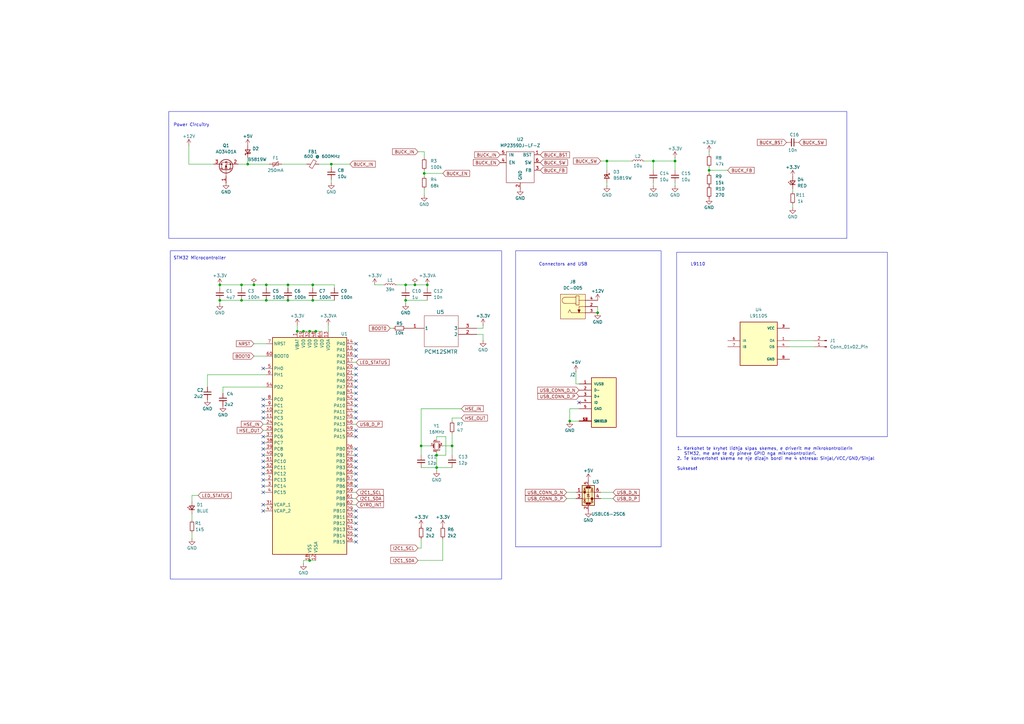
<source format=kicad_sch>
(kicad_sch (version 20231120) (generator "eeschema") (generator_version "8.0")
  (paper "A3")
  (lib_symbols
    (symbol "10118193-0001LF:10118193-0001LF" (pin_names (offset 1.016))
      (property "Reference" "J" (at -5.0817 10.9286 0))
      (property "Value" "10118193-0001LF" (at -5.0819 -12.7097 0))
      (symbol "10118193-0001LF_0_0"
        (pin passive line (at -10.16 7.62 0) (length 5.08) (name "VUSB") (number "1"))
        (pin passive line (at -10.16 5.08 0) (length 5.08) (name "D-") (number "2"))
        (pin passive line (at -10.16 2.54 0) (length 5.08) (name "D+") (number "3"))
        (pin passive line (at -10.16 0 0) (length 5.08) (name "ID") (number "4"))
        (pin passive line (at -10.16 -2.54 0) (length 5.08) (name "GND") (number "5"))
        (pin passive line (at -10.16 -7.62 0) (length 5.08) (name "SHIELD") (number "S1"))
        (pin passive line (at -10.16 -7.62 0) (length 5.08) (name "SHIELD") (number "S2"))
        (pin passive line (at -10.16 -7.62 0) (length 5.08) (name "SHIELD") (number "S3"))
        (pin passive line (at -10.16 -7.62 0) (length 5.08) (name "SHIELD") (number "S4"))
        (pin passive line (at -10.16 -7.62 0) (length 5.08) (name "SHIELD") (number "S5"))
        (pin passive line (at -10.16 -7.62 0) (length 5.08) (name "SHIELD") (number "S6"))
      )
    )
    (symbol "2024-11-09_23-25-21:PCM12SMTR" (pin_names (offset 0.254))
      (property "Reference" "U5" (at 20.32 10.16 0))
      (property "Value" "PCM12SMTR" (at 20.32 7.62 0))
      (symbol "PCM12SMTR_1_1"
        (pin unspecified line (at 0 0 0) (length 7.62) (name "1") (number "1"))
        (pin unspecified line (at 29.21 -2.54 180) (length 7.62) (name "2") (number "2"))
        (pin unspecified line (at 29.21 0 180) (length 7.62) (name "3") (number "3"))
      )
    )
    (symbol "Connector:Conn_01x02_Pin" (pin_names (offset 1.016) hide)
      (property "Reference" "J" (at 0 2.54 0))
      (property "Value" "Conn_01x02_Pin" (at 0 -5.08 0))
      (symbol "Conn_01x02_Pin_1_1"
        (pin passive line (at 5.08 0 180) (length 3.81) (name "Pin_1") (number "1"))
        (pin passive line (at 5.08 -2.54 180) (length 3.81) (name "Pin_2") (number "2"))
      )
    )
    (symbol "DC-005:DC-005" (pin_names (offset 1.016))
      (property "Reference" "J" (at -5.0943 5.5976 0))
      (property "Value" "DC-005" (at -5.0995 -7.6398 0))
      (symbol "DC-005_0_0"
        (pin passive line (at 10.16 0 180) (length 5.08) (name "~") (number "2"))
        (pin passive line (at 10.16 -2.54 180) (length 5.08) (name "~") (number "3"))
        (pin passive line (at 10.16 2.54 180) (length 5.08) (name "~") (number "4"))
      )
    )
    (symbol "Device:C_Small" (pin_numbers hide) (pin_names (offset 0.254) hide)
      (property "Reference" "C" (at 0.254 1.778 0))
      (property "Value" "C_Small" (at 0.254 -2.032 0))
      (symbol "C_Small_1_1"
        (pin passive line (at 0 2.54 270) (length 2.032) (name "~") (number "1"))
        (pin passive line (at 0 -2.54 90) (length 2.032) (name "~") (number "2"))
      )
    )
    (symbol "Device:Crystal_GND24_Small" (pin_names (offset 1.016) hide)
      (property "Reference" "Y" (at 1.27 4.445 0))
      (property "Value" "Crystal_GND24_Small" (at 1.27 2.54 0))
      (symbol "Crystal_GND24_Small_1_1"
        (pin passive line (at -2.54 0 0) (length 1.27) (name "1") (number "1"))
        (pin passive line (at 0 -2.54 90) (length 0.635) (name "2") (number "2"))
        (pin passive line (at 2.54 0 180) (length 1.27) (name "3") (number "3"))
        (pin passive line (at 0 2.54 270) (length 0.635) (name "4") (number "4"))
      )
    )
    (symbol "Device:D_Schottky_Small" (pin_numbers hide) (pin_names (offset 0.254) hide)
      (property "Reference" "D" (at -1.27 2.032 0))
      (property "Value" "D_Schottky_Small" (at -7.112 -2.032 0))
      (symbol "D_Schottky_Small_1_1"
        (pin passive line (at -2.54 0 0) (length 1.778) (name "K") (number "1"))
        (pin passive line (at 2.54 0 180) (length 1.778) (name "A") (number "2"))
      )
    )
    (symbol "Device:Ferrite_Bead_Small" (pin_numbers hide) (pin_names (offset 0))
      (property "Reference" "FB" (at 1.905 1.27 0))
      (property "Value" "Device_Ferrite_Bead_Small" (at 1.905 -1.27 0))
      (symbol "Ferrite_Bead_Small_1_1"
        (pin passive line (at 0 2.54 270) (length 1.27) (name "~") (number "1"))
        (pin passive line (at 0 -2.54 90) (length 1.27) (name "~") (number "2"))
      )
    )
    (symbol "Device:LED_Small" (pin_numbers hide) (pin_names (offset 0.254) hide)
      (property "Reference" "D" (at -1.27 3.175 0))
      (property "Value" "LED_Small" (at -4.445 -2.54 0))
      (symbol "LED_Small_1_1"
        (pin passive line (at -2.54 0 0) (length 1.778) (name "K") (number "1"))
        (pin passive line (at 2.54 0 180) (length 1.778) (name "A") (number "2"))
      )
    )
    (symbol "Device:L_Small" (pin_numbers hide) (pin_names (offset 0.254) hide)
      (property "Reference" "L" (at 0.762 1.016 0))
      (property "Value" "L_Small" (at 0.762 -1.016 0))
      (symbol "L_Small_1_1"
        (pin passive line (at 0 2.54 270) (length 0.508) (name "~") (number "1"))
        (pin passive line (at 0 -2.54 90) (length 0.508) (name "~") (number "2"))
      )
    )
    (symbol "Device:Polyfuse_Small" (pin_numbers hide) (pin_names (offset 0))
      (property "Reference" "F" (at -1.905 0 90))
      (property "Value" "Polyfuse_Small" (at 1.905 0 90))
      (symbol "Polyfuse_Small_1_1"
        (pin passive line (at 0 2.54 270) (length 0.635) (name "~") (number "1"))
        (pin passive line (at 0 -2.54 90) (length 0.635) (name "~") (number "2"))
      )
    )
    (symbol "Device:R_Small" (pin_numbers hide) (pin_names (offset 0.254) hide)
      (property "Reference" "R" (at 0.762 0.508 0))
      (property "Value" "R_Small" (at 0.762 -1.016 0))
      (symbol "R_Small_1_1"
        (pin passive line (at 0 2.54 270) (length 0.762) (name "~") (number "1"))
        (pin passive line (at 0 -2.54 90) (length 0.762) (name "~") (number "2"))
      )
    )
    (symbol "L9110S:L9110S" (pin_names (offset 1.016))
      (property "Reference" "U" (at -7.62 10.922 0))
      (property "Value" "L9110S" (at -7.62 -10.16 0))
      (symbol "L9110S_0_0"
        (pin output line (at 12.7 2.54 180) (length 5.08) (name "OA") (number "1"))
        (pin power_in line (at 12.7 7.62 180) (length 5.08) (name "VCC") (number "2"))
        (pin power_in line (at 12.7 7.62 180) (length 5.08) (name "VCC") (number "3"))
        (pin output line (at 12.7 0 180) (length 5.08) (name "OB") (number "4"))
        (pin power_in line (at 12.7 -5.08 180) (length 5.08) (name "GND") (number "5"))
        (pin input line (at -12.7 2.54 0) (length 5.08) (name "IA") (number "6"))
        (pin input line (at -12.7 0 0) (length 5.08) (name "IB") (number "7"))
        (pin power_in line (at 12.7 -5.08 180) (length 5.08) (name "GND") (number "8"))
      )
    )
    (symbol "MCU_ST_STM32F4:STM32F405RGTx"
      (property "Reference" "U1" (at 14.224 47.244 0))
      (property "Value" "STM32F405RGT6" (at 12.7 -44.45 0))
      (symbol "STM32F405RGTx_1_1"
        (pin power_in line (at -5.08 48.26 270) (length 2.54) (name "VBAT") (number "1"))
        (pin bidirectional line (at -17.78 15.24 0) (length 2.54) (name "PC2") (number "10"))
        (pin bidirectional line (at -17.78 12.7 0) (length 2.54) (name "PC3") (number "11"))
        (pin power_in line (at 2.54 -45.72 90) (length 2.54) (name "VSSA") (number "12"))
        (pin power_in line (at 7.62 48.26 270) (length 2.54) (name "VDDA") (number "13"))
        (pin bidirectional line (at 17.78 43.18 180) (length 2.54) (name "PA0") (number "14"))
        (pin bidirectional line (at 17.78 40.64 180) (length 2.54) (name "PA1") (number "15"))
        (pin bidirectional line (at 17.78 38.1 180) (length 2.54) (name "PA2") (number "16"))
        (pin bidirectional line (at 17.78 35.56 180) (length 2.54) (name "PA3") (number "17"))
        (pin power_in line (at 0 -45.72 90) (length 2.54) (name "VSS") (number "18"))
        (pin power_in line (at -2.54 48.26 270) (length 2.54) (name "VDD") (number "19"))
        (pin bidirectional line (at -17.78 -12.7 0) (length 2.54) (name "PC13") (number "2"))
        (pin bidirectional line (at 17.78 33.02 180) (length 2.54) (name "PA4") (number "20"))
        (pin bidirectional line (at 17.78 30.48 180) (length 2.54) (name "PA5") (number "21"))
        (pin bidirectional line (at 17.78 27.94 180) (length 2.54) (name "PA6") (number "22"))
        (pin bidirectional line (at 17.78 25.4 180) (length 2.54) (name "PA7") (number "23"))
        (pin bidirectional line (at -17.78 10.16 0) (length 2.54) (name "PC4") (number "24"))
        (pin bidirectional line (at -17.78 7.62 0) (length 2.54) (name "PC5") (number "25"))
        (pin bidirectional line (at 17.78 0 180) (length 2.54) (name "PB0") (number "26"))
        (pin bidirectional line (at 17.78 -2.54 180) (length 2.54) (name "PB1") (number "27"))
        (pin bidirectional line (at 17.78 -5.08 180) (length 2.54) (name "PB2") (number "28"))
        (pin bidirectional line (at 17.78 -25.4 180) (length 2.54) (name "PB10") (number "29"))
        (pin bidirectional line (at -17.78 -15.24 0) (length 2.54) (name "PC14") (number "3"))
        (pin bidirectional line (at 17.78 -27.94 180) (length 2.54) (name "PB11") (number "30"))
        (pin power_out line (at -17.78 -22.86 0) (length 2.54) (name "VCAP_1") (number "31"))
        (pin power_in line (at 0 48.26 270) (length 2.54) (name "VDD") (number "32"))
        (pin bidirectional line (at 17.78 -30.48 180) (length 2.54) (name "PB12") (number "33"))
        (pin bidirectional line (at 17.78 -33.02 180) (length 2.54) (name "PB13") (number "34"))
        (pin bidirectional line (at 17.78 -35.56 180) (length 2.54) (name "PB14") (number "35"))
        (pin bidirectional line (at 17.78 -38.1 180) (length 2.54) (name "PB15") (number "36"))
        (pin bidirectional line (at -17.78 5.08 0) (length 2.54) (name "PC6") (number "37"))
        (pin bidirectional line (at -17.78 2.54 0) (length 2.54) (name "PC7") (number "38"))
        (pin bidirectional line (at -17.78 0 0) (length 2.54) (name "PC8") (number "39"))
        (pin bidirectional line (at -17.78 -17.78 0) (length 2.54) (name "PC15") (number "4"))
        (pin bidirectional line (at -17.78 -2.54 0) (length 2.54) (name "PC9") (number "40"))
        (pin bidirectional line (at 17.78 22.86 180) (length 2.54) (name "PA8") (number "41"))
        (pin bidirectional line (at 17.78 20.32 180) (length 2.54) (name "PA9") (number "42"))
        (pin bidirectional line (at 17.78 17.78 180) (length 2.54) (name "PA10") (number "43"))
        (pin bidirectional line (at 17.78 15.24 180) (length 2.54) (name "PA11") (number "44"))
        (pin bidirectional line (at 17.78 12.7 180) (length 2.54) (name "PA12") (number "45"))
        (pin bidirectional line (at 17.78 10.16 180) (length 2.54) (name "PA13") (number "46"))
        (pin power_out line (at -17.78 -25.4 0) (length 2.54) (name "VCAP_2") (number "47"))
        (pin power_in line (at 2.54 48.26 270) (length 2.54) (name "VDD") (number "48"))
        (pin bidirectional line (at 17.78 7.62 180) (length 2.54) (name "PA14") (number "49"))
        (pin bidirectional line (at -17.78 33.02 0) (length 2.54) (name "PH0") (number "5"))
        (pin bidirectional line (at 17.78 5.08 180) (length 2.54) (name "PA15") (number "50"))
        (pin bidirectional line (at -17.78 -5.08 0) (length 2.54) (name "PC10") (number "51"))
        (pin bidirectional line (at -17.78 -7.62 0) (length 2.54) (name "PC11") (number "52"))
        (pin bidirectional line (at -17.78 -10.16 0) (length 2.54) (name "PC12") (number "53"))
        (pin bidirectional line (at -17.78 25.4 0) (length 2.54) (name "PD2") (number "54"))
        (pin bidirectional line (at 17.78 -7.62 180) (length 2.54) (name "PB3") (number "55"))
        (pin bidirectional line (at 17.78 -10.16 180) (length 2.54) (name "PB4") (number "56"))
        (pin bidirectional line (at 17.78 -12.7 180) (length 2.54) (name "PB5") (number "57"))
        (pin bidirectional line (at 17.78 -15.24 180) (length 2.54) (name "PB6") (number "58"))
        (pin bidirectional line (at 17.78 -17.78 180) (length 2.54) (name "PB7") (number "59"))
        (pin bidirectional line (at -17.78 30.48 0) (length 2.54) (name "PH1") (number "6"))
        (pin input line (at -17.78 38.1 0) (length 2.54) (name "BOOT0") (number "60"))
        (pin bidirectional line (at 17.78 -20.32 180) (length 2.54) (name "PB8") (number "61"))
        (pin bidirectional line (at 17.78 -22.86 180) (length 2.54) (name "PB9") (number "62"))
        (pin passive line (at 0 -45.72 90) (length 2.54) hide (name "VSS") (number "63"))
        (pin power_in line (at 5.08 48.26 270) (length 2.54) (name "VDD") (number "64"))
        (pin input line (at -17.78 43.18 0) (length 2.54) (name "NRST") (number "7"))
        (pin bidirectional line (at -17.78 20.32 0) (length 2.54) (name "PC0") (number "8"))
        (pin bidirectional line (at -17.78 17.78 0) (length 2.54) (name "PC1") (number "9"))
      )
    )
    (symbol "Power_Protection:USBLC6-2SC6" (pin_names hide)
      (property "Reference" "U" (at 0.635 5.715 0))
      (property "Value" "USBLC6-2SC6" (at 0.635 3.81 0))
      (symbol "USBLC6-2SC6_1_1"
        (pin passive line (at -5.08 0 0) (length 2.54) (name "I/O1") (number "1"))
        (pin passive line (at 0 -7.62 90) (length 2.54) (name "GND") (number "2"))
        (pin passive line (at -5.08 -2.54 0) (length 2.54) (name "I/O2") (number "3"))
        (pin passive line (at 5.08 -2.54 180) (length 2.54) (name "I/O2") (number "4"))
        (pin passive line (at 0 5.08 270) (length 2.54) (name "VBUS") (number "5"))
        (pin passive line (at 5.08 0 180) (length 2.54) (name "I/O1") (number "6"))
      )
    )
    (symbol "SchmillipKiCADLibrary:MP2359DJ-LF-Z" (pin_names (offset 1.016))
      (property "Reference" "U" (at 0 9.525 0))
      (property "Value" "SchmillipKiCADLibrary_MP2359DJ-LF-Z" (at 10.16 -6.35 0))
      (symbol "MP2359DJ-LF-Z_1_1"
        (pin input line (at 8.255 6.35 180) (length 2.54) (name "BST") (number "1"))
        (pin power_in line (at 0 -7.62 90) (length 2.54) (name "GND") (number "2"))
        (pin input line (at 8.255 0 180) (length 2.54) (name "FB") (number "3"))
        (pin input line (at -8.255 3.175 0) (length 2.54) (name "EN") (number "4"))
        (pin power_in line (at -8.255 6.35 0) (length 2.54) (name "IN") (number "5"))
        (pin power_out line (at 8.255 3.175 180) (length 2.54) (name "SW") (number "6"))
      )
    )
    (symbol "Transistor_FET:AO3401A" (pin_names hide)
      (property "Reference" "Q" (at 5.08 1.905 0))
      (property "Value" "AO3401A" (at 5.08 0 0))
      (symbol "AO3401A_1_1"
        (pin input line (at -5.08 0 0) (length 2.54) (name "G") (number "1"))
        (pin passive line (at 2.54 -5.08 90) (length 2.54) (name "S") (number "2"))
        (pin passive line (at 2.54 5.08 270) (length 2.54) (name "D") (number "3"))
      )
    )
    (symbol "power:+12V" (power) (pin_numbers hide) (pin_names (offset 0) hide)
      (property "Value" "+12V" (at 0 3.556 0))
      (symbol "+12V_1_1"
        (pin power_in line (at 0 0 90) (length 0) (name "~") (number "1"))
      )
    )
    (symbol "power:+3.3V" (power) (pin_numbers hide) (pin_names (offset 0) hide)
      (property "Value" "+3.3V" (at 0 3.556 0))
      (symbol "+3.3V_1_1"
        (pin power_in line (at 0 0 90) (length 0) (name "~") (number "1"))
      )
    )
    (symbol "power:+3.3VA" (power) (pin_numbers hide) (pin_names (offset 0) hide)
      (property "Value" "+3.3VA" (at 0 3.556 0))
      (symbol "+3.3VA_1_1"
        (pin power_in line (at 0 0 90) (length 0) (name "~") (number "1"))
      )
    )
    (symbol "power:+5V" (power) (pin_numbers hide) (pin_names (offset 0) hide)
      (property "Value" "+5V" (at 0 3.556 0))
      (symbol "+5V_1_1"
        (pin power_in line (at 0 0 90) (length 0) (name "~") (number "1"))
      )
    )
    (symbol "power:GND" (power) (pin_numbers hide) (pin_names (offset 0) hide)
      (property "Value" "GND" (at 0 -3.81 0))
      (symbol "GND_1_1"
        (pin power_in line (at 0 0 270) (length 0) (name "~") (number "1"))
      )
    )
    (symbol "power:PWR_FLAG" (power) (pin_numbers hide) (pin_names (offset 0) hide)
      (property "Value" "PWR_FLAG" (at 0 3.81 0))
      (symbol "PWR_FLAG_0_0"
        (pin power_out line (at 0 0 90) (length 0) (name "~") (number "1"))
      )
    )
  )
  (junction (at 129.54 135.89))
  (junction (at 99.06 123.19))
  (junction (at 172.72 182.88))
  (junction (at 90.17 123.19))
  (junction (at 179.07 191.77))
  (junction (at 127 229.87))
  (junction (at 173.99 71.12))
  (junction (at 175.26 116.84))
  (junction (at 267.97 66.04))
  (junction (at 166.37 123.19))
  (junction (at 248.92 66.04))
  (junction (at 170.18 116.84))
  (junction (at 233.68 172.72))
  (junction (at 109.22 116.84))
  (junction (at 101.6 67.31))
  (junction (at 118.11 116.84))
  (junction (at 104.14 116.84))
  (junction (at 99.06 116.84))
  (junction (at 290.83 69.85))
  (junction (at 276.86 66.04))
  (junction (at 109.22 123.19))
  (junction (at 135.89 67.31))
  (junction (at 90.17 116.84))
  (junction (at 166.37 116.84))
  (junction (at 124.46 135.89))
  (junction (at 245.11 128.27))
  (junction (at 127 135.89))
  (junction (at 128.27 123.19))
  (junction (at 128.27 116.84))
  (junction (at 118.11 123.19))
  (junction (at 179.07 186.69))
  (junction (at 121.92 135.89))
  (junction (at 185.42 182.88))
  (no_connect (at 146.05 166.37))
  (no_connect (at 107.95 166.37))
  (no_connect (at 107.95 189.23))
  (no_connect (at 146.05 156.21))
  (no_connect (at 107.95 199.39))
  (no_connect (at 107.95 196.85))
  (no_connect (at 107.95 201.93))
  (no_connect (at 107.95 186.69))
  (no_connect (at 146.05 143.51))
  (no_connect (at 146.05 158.75))
  (no_connect (at 146.05 194.31))
  (no_connect (at 107.95 207.01))
  (no_connect (at 107.95 194.31))
  (no_connect (at 146.05 179.07))
  (no_connect (at 107.95 171.45))
  (no_connect (at 146.05 212.09))
  (no_connect (at 146.05 217.17))
  (no_connect (at 146.05 184.15))
  (no_connect (at 107.95 168.91))
  (no_connect (at 146.05 219.71))
  (no_connect (at 107.95 179.07))
  (no_connect (at 146.05 189.23))
  (no_connect (at 107.95 209.55))
  (no_connect (at 146.05 146.05))
  (no_connect (at 146.05 214.63))
  (no_connect (at 107.95 184.15))
  (no_connect (at 146.05 163.83))
  (no_connect (at 146.05 176.53))
  (no_connect (at 107.95 151.13))
  (no_connect (at 107.95 181.61))
  (no_connect (at 146.05 161.29))
  (no_connect (at 146.05 186.69))
  (no_connect (at 146.05 222.25))
  (no_connect (at 146.05 209.55))
  (no_connect (at 146.05 196.85))
  (no_connect (at 146.05 140.97))
  (no_connect (at 107.95 191.77))
  (no_connect (at 146.05 171.45))
  (no_connect (at 146.05 153.67))
  (no_connect (at 146.05 191.77))
  (no_connect (at 146.05 151.13))
  (no_connect (at 107.95 163.83))
  (no_connect (at 237.49 165.1))
  (no_connect (at 146.05 168.91))
  (no_connect (at 146.05 199.39))
  (wire (pts (xy 144.78 153.67) (xy 146.05 153.67)))
  (wire (pts (xy 107.95 201.93) (xy 109.22 201.93)))
  (wire (pts (xy 107.95 163.83) (xy 109.22 163.83)))
  (wire (pts (xy 107.95 207.01) (xy 109.22 207.01)))
  (wire (pts (xy 172.72 167.64) (xy 172.72 182.88)))
  (wire (pts (xy 90.17 116.84) (xy 90.17 118.11)))
  (wire (pts (xy 179.07 180.34) (xy 179.07 179.07)))
  (wire (pts (xy 185.42 177.8) (xy 185.42 182.88)))
  (wire (pts (xy 323.85 142.24) (xy 334.01 142.24)))
  (wire (pts (xy 99.06 116.84) (xy 104.14 116.84)))
  (wire (pts (xy 146.05 161.29) (xy 144.78 161.29)))
  (wire (pts (xy 128.27 118.11) (xy 128.27 116.84)))
  (wire (pts (xy 146.05 163.83) (xy 144.78 163.83)))
  (wire (pts (xy 175.26 116.84) (xy 170.18 116.84)))
  (wire (pts (xy 146.05 148.59) (xy 144.78 148.59)))
  (wire (pts (xy 237.49 167.64) (xy 233.68 167.64)))
  (wire (pts (xy 121.92 135.89) (xy 124.46 135.89)))
  (wire (pts (xy 166.37 116.84) (xy 162.56 116.84)))
  (wire (pts (xy 107.95 171.45) (xy 109.22 171.45)))
  (wire (pts (xy 107.95 199.39) (xy 109.22 199.39)))
  (wire (pts (xy 107.95 196.85) (xy 109.22 196.85)))
  (wire (pts (xy 77.47 59.69) (xy 77.47 67.31)))
  (wire (pts (xy 290.83 63.5) (xy 290.83 62.23)))
  (wire (pts (xy 146.05 209.55) (xy 144.78 209.55)))
  (wire (pts (xy 90.17 124.46) (xy 90.17 123.19)))
  (wire (pts (xy 81.28 203.2) (xy 78.74 203.2)))
  (wire (pts (xy 135.89 68.58) (xy 135.89 67.31)))
  (wire (pts (xy 233.68 172.72) (xy 237.49 172.72)))
  (wire (pts (xy 90.17 123.19) (xy 99.06 123.19)))
  (wire (pts (xy 107.95 181.61) (xy 109.22 181.61)))
  (wire (pts (xy 109.22 123.19) (xy 118.11 123.19)))
  (wire (pts (xy 290.83 69.85) (xy 290.83 71.12)))
  (wire (pts (xy 146.05 207.01) (xy 144.78 207.01)))
  (wire (pts (xy 179.07 193.04) (xy 179.07 191.77)))
  (wire (pts (xy 99.06 118.11) (xy 99.06 116.84)))
  (wire (pts (xy 173.99 71.12) (xy 173.99 69.85)))
  (wire (pts (xy 146.05 171.45) (xy 144.78 171.45)))
  (wire (pts (xy 107.95 179.07) (xy 109.22 179.07)))
  (wire (pts (xy 78.74 213.36) (xy 78.74 210.82)))
  (wire (pts (xy 198.12 137.16) (xy 195.58 137.16)))
  (wire (pts (xy 124.46 231.14) (xy 124.46 229.87)))
  (wire (pts (xy 248.92 69.85) (xy 248.92 66.04)))
  (wire (pts (xy 185.42 171.45) (xy 185.42 172.72)))
  (wire (pts (xy 248.92 66.04) (xy 246.38 66.04)))
  (wire (pts (xy 109.22 118.11) (xy 109.22 116.84)))
  (wire (pts (xy 181.61 71.12) (xy 173.99 71.12)))
  (wire (pts (xy 144.78 151.13) (xy 146.05 151.13)))
  (wire (pts (xy 91.44 161.29) (xy 91.44 158.75)))
  (wire (pts (xy 146.05 196.85) (xy 144.78 196.85)))
  (wire (pts (xy 146.05 184.15) (xy 144.78 184.15)))
  (wire (pts (xy 195.58 134.62) (xy 198.12 134.62)))
  (wire (pts (xy 104.14 146.05) (xy 109.22 146.05)))
  (wire (pts (xy 146.05 217.17) (xy 144.78 217.17)))
  (wire (pts (xy 325.12 78.74) (xy 325.12 77.47)))
  (wire (pts (xy 181.61 182.88) (xy 185.42 182.88)))
  (wire (pts (xy 171.45 229.87) (xy 181.61 229.87)))
  (wire (pts (xy 276.86 64.77) (xy 276.86 66.04)))
  (wire (pts (xy 107.95 173.99) (xy 109.22 173.99)))
  (wire (pts (xy 245.11 125.73) (xy 245.11 128.27)))
  (wire (pts (xy 110.49 67.31) (xy 101.6 67.31)))
  (wire (pts (xy 173.99 80.01) (xy 173.99 77.47)))
  (wire (pts (xy 246.38 204.47) (xy 251.46 204.47)))
  (wire (pts (xy 146.05 199.39) (xy 144.78 199.39)))
  (wire (pts (xy 179.07 185.42) (xy 179.07 186.69)))
  (wire (pts (xy 107.95 166.37) (xy 109.22 166.37)))
  (wire (pts (xy 99.06 123.19) (xy 109.22 123.19)))
  (wire (pts (xy 146.05 222.25) (xy 144.78 222.25)))
  (wire (pts (xy 182.88 179.07) (xy 182.88 186.69)))
  (wire (pts (xy 181.61 229.87) (xy 181.61 220.98)))
  (wire (pts (xy 146.05 191.77) (xy 144.78 191.77)))
  (wire (pts (xy 87.63 67.31) (xy 77.47 67.31)))
  (wire (pts (xy 107.95 189.23) (xy 109.22 189.23)))
  (wire (pts (xy 146.05 194.31) (xy 144.78 194.31)))
  (wire (pts (xy 290.83 69.85) (xy 290.83 68.58)))
  (wire (pts (xy 179.07 186.69) (xy 179.07 191.77)))
  (wire (pts (xy 276.86 66.04) (xy 267.97 66.04)))
  (wire (pts (xy 90.17 116.84) (xy 99.06 116.84)))
  (wire (pts (xy 104.14 140.97) (xy 109.22 140.97)))
  (wire (pts (xy 107.95 168.91) (xy 109.22 168.91)))
  (wire (pts (xy 124.46 135.89) (xy 127 135.89)))
  (wire (pts (xy 85.09 158.75) (xy 85.09 153.67)))
  (wire (pts (xy 128.27 123.19) (xy 137.16 123.19)))
  (wire (pts (xy 109.22 116.84) (xy 118.11 116.84)))
  (wire (pts (xy 146.05 166.37) (xy 144.78 166.37)))
  (wire (pts (xy 171.45 224.79) (xy 172.72 224.79)))
  (wire (pts (xy 143.51 67.31) (xy 135.89 67.31)))
  (wire (pts (xy 276.86 69.85) (xy 276.86 66.04)))
  (wire (pts (xy 170.18 116.84) (xy 166.37 116.84)))
  (wire (pts (xy 85.09 153.67) (xy 109.22 153.67)))
  (wire (pts (xy 97.79 67.31) (xy 101.6 67.31)))
  (wire (pts (xy 118.11 118.11) (xy 118.11 116.84)))
  (wire (pts (xy 78.74 220.98) (xy 78.74 218.44)))
  (wire (pts (xy 236.22 157.48) (xy 237.49 157.48)))
  (wire (pts (xy 134.62 133.35) (xy 134.62 135.89)))
  (wire (pts (xy 146.05 168.91) (xy 144.78 168.91)))
  (wire (pts (xy 276.86 76.2) (xy 276.86 74.93)))
  (wire (pts (xy 146.05 186.69) (xy 144.78 186.69)))
  (wire (pts (xy 171.45 62.23) (xy 173.99 62.23)))
  (wire (pts (xy 160.02 134.62) (xy 161.29 134.62)))
  (wire (pts (xy 172.72 167.64) (xy 189.23 167.64)))
  (wire (pts (xy 144.78 146.05) (xy 146.05 146.05)))
  (wire (pts (xy 107.95 176.53) (xy 109.22 176.53)))
  (wire (pts (xy 173.99 72.39) (xy 173.99 71.12)))
  (wire (pts (xy 182.88 186.69) (xy 179.07 186.69)))
  (wire (pts (xy 259.08 66.04) (xy 248.92 66.04)))
  (wire (pts (xy 233.68 167.64) (xy 233.68 172.72)))
  (wire (pts (xy 179.07 191.77) (xy 185.42 191.77)))
  (wire (pts (xy 323.85 139.7) (xy 334.01 139.7)))
  (wire (pts (xy 78.74 203.2) (xy 78.74 205.74)))
  (wire (pts (xy 267.97 76.2) (xy 267.97 74.93)))
  (wire (pts (xy 298.45 69.85) (xy 290.83 69.85)))
  (wire (pts (xy 107.95 186.69) (xy 109.22 186.69)))
  (wire (pts (xy 179.07 179.07) (xy 182.88 179.07)))
  (wire (pts (xy 236.22 152.4) (xy 236.22 157.48)))
  (wire (pts (xy 101.6 64.77) (xy 101.6 67.31)))
  (wire (pts (xy 118.11 116.84) (xy 128.27 116.84)))
  (wire (pts (xy 107.95 209.55) (xy 109.22 209.55)))
  (wire (pts (xy 144.78 143.51) (xy 146.05 143.51)))
  (wire (pts (xy 198.12 134.62) (xy 198.12 133.35)))
  (wire (pts (xy 246.38 201.93) (xy 251.46 201.93)))
  (wire (pts (xy 91.44 158.75) (xy 109.22 158.75)))
  (wire (pts (xy 172.72 186.69) (xy 172.72 182.88)))
  (wire (pts (xy 232.41 204.47) (xy 236.22 204.47)))
  (wire (pts (xy 127 135.89) (xy 129.54 135.89)))
  (wire (pts (xy 118.11 123.19) (xy 128.27 123.19)))
  (wire (pts (xy 146.05 212.09) (xy 144.78 212.09)))
  (wire (pts (xy 146.05 176.53) (xy 144.78 176.53)))
  (wire (pts (xy 166.37 124.46) (xy 166.37 123.19)))
  (wire (pts (xy 232.41 201.93) (xy 236.22 201.93)))
  (wire (pts (xy 173.99 62.23) (xy 173.99 64.77)))
  (wire (pts (xy 325.12 85.09) (xy 325.12 83.82)))
  (wire (pts (xy 127 229.87) (xy 129.54 229.87)))
  (wire (pts (xy 129.54 135.89) (xy 132.08 135.89)))
  (wire (pts (xy 146.05 214.63) (xy 144.78 214.63)))
  (wire (pts (xy 146.05 173.99) (xy 144.78 173.99)))
  (wire (pts (xy 166.37 123.19) (xy 175.26 123.19)))
  (wire (pts (xy 124.46 229.87) (xy 127 229.87)))
  (wire (pts (xy 146.05 158.75) (xy 144.78 158.75)))
  (wire (pts (xy 107.95 194.31) (xy 109.22 194.31)))
  (wire (pts (xy 146.05 140.97) (xy 144.78 140.97)))
  (wire (pts (xy 175.26 118.11) (xy 175.26 116.84)))
  (wire (pts (xy 172.72 224.79) (xy 172.72 220.98)))
  (wire (pts (xy 189.23 171.45) (xy 185.42 171.45)))
  (wire (pts (xy 153.67 116.84) (xy 157.48 116.84)))
  (wire (pts (xy 146.05 201.93) (xy 144.78 201.93)))
  (wire (pts (xy 146.05 189.23) (xy 144.78 189.23)))
  (wire (pts (xy 267.97 66.04) (xy 264.16 66.04)))
  (wire (pts (xy 172.72 182.88) (xy 176.53 182.88)))
  (wire (pts (xy 135.89 67.31) (xy 130.81 67.31)))
  (wire (pts (xy 146.05 156.21) (xy 144.78 156.21)))
  (wire (pts (xy 107.95 151.13) (xy 109.22 151.13)))
  (wire (pts (xy 137.16 116.84) (xy 137.16 118.11)))
  (wire (pts (xy 146.05 204.47) (xy 144.78 204.47)))
  (wire (pts (xy 107.95 191.77) (xy 109.22 191.77)))
  (wire (pts (xy 248.92 76.2) (xy 248.92 74.93)))
  (wire (pts (xy 179.07 191.77) (xy 172.72 191.77)))
  (wire (pts (xy 267.97 69.85) (xy 267.97 66.04)))
  (wire (pts (xy 121.92 133.35) (xy 121.92 135.89)))
  (wire (pts (xy 104.14 116.84) (xy 109.22 116.84)))
  (wire (pts (xy 146.05 179.07) (xy 144.78 179.07)))
  (wire (pts (xy 135.89 74.93) (xy 135.89 73.66)))
  (wire (pts (xy 107.95 184.15) (xy 109.22 184.15)))
  (wire (pts (xy 146.05 219.71) (xy 144.78 219.71)))
  (wire (pts (xy 166.37 118.11) (xy 166.37 116.84)))
  (wire (pts (xy 185.42 186.69) (xy 185.42 182.88)))
  (wire (pts (xy 115.57 67.31) (xy 125.73 67.31)))
  (wire (pts (xy 128.27 116.84) (xy 137.16 116.84)))
  (wire (pts (xy 198.12 139.7) (xy 198.12 137.16)))
  (rectangle (start 69.215 45.72) (end 347.345 97.79))
  (rectangle (start 277.495 103.505) (end 363.982 179.07))
  (rectangle (start 211.455 102.87) (end 271.145 224.282))
  (rectangle (start 69.85 102.87) (end 205.74 237.49))
  (text "L9110" (at 286.258 108.458 0) (effects (font (size 1.27 1.27))))
  (text "STM32 Microcontroller" (at 71.12 106.68 0) (effects (font (size 1.27 1.27)) (justify left bottom)))
  (text "Connectors and USB" (at 220.98 109.22 0) (effects (font (size 1.27 1.27)) (justify left bottom)))
  (text "Power Circuitry" (at 71.12 52.07 0) (effects (font (size 1.27 1.27)) (justify left bottom)))
  (text "1. Kerkohet te kryhet lidhja sipas skemes, e driverit me mikrokontrollerin\n   STM32, me ane te dy pineve GPIO nga mikrokontrolleri.\n2. Te konvertohet skema ne nje dizajn bordi me 4 shtresa: Sinjal/VCC/GND/Sinjal\n\nSuksese!" (at 277.622 188.214 0) (effects (font (size 1.27 1.27)) (justify left)))
  (global_label "BUCK_SW" (shape input) (at 327.66 58.42 0) (property "Intersheetrefs" "${INTERSHEET_REFS}" (effects (hide yes))))
  (global_label "I2C1_SDA" (shape input) (at 171.45 229.87 180) (property "Intersheetrefs" "${INTERSHEET_REFS}" (effects (hide yes))))
  (global_label "USB_D_N" (shape input) (at 251.46 201.93 0) (property "Intersheetrefs" "${INTERSHEET_REFS}" (effects (hide yes))))
  (global_label "BOOT0" (shape input) (at 160.02 134.62 180) (property "Intersheetrefs" "${INTERSHEET_REFS}" (effects (hide yes))))
  (global_label "HSE_IN" (shape input) (at 107.95 173.99 180) (property "Intersheetrefs" "${INTERSHEET_REFS}" (effects (hide yes))))
  (global_label "HSE_OUT" (shape input) (at 107.95 176.53 180) (property "Intersheetrefs" "${INTERSHEET_REFS}" (effects (hide yes))))
  (global_label "BOOT0" (shape input) (at 104.14 146.05 180) (property "Intersheetrefs" "${INTERSHEET_REFS}" (effects (hide yes))))
  (global_label "I2C1_SCL" (shape input) (at 146.05 201.93 0) (property "Intersheetrefs" "${INTERSHEET_REFS}" (effects (hide yes))))
  (global_label "BUCK_EN" (shape input) (at 181.61 71.12 0) (property "Intersheetrefs" "${INTERSHEET_REFS}" (effects (hide yes))))
  (global_label "USB_CONN_D_N" (shape input) (at 232.41 201.93 180) (property "Intersheetrefs" "${INTERSHEET_REFS}" (effects (hide yes))))
  (global_label "I2C1_SDA" (shape input) (at 146.05 204.47 0) (property "Intersheetrefs" "${INTERSHEET_REFS}" (effects (hide yes))))
  (global_label "GYRO_INT" (shape input) (at 146.05 207.01 0) (property "Intersheetrefs" "${INTERSHEET_REFS}" (effects (hide yes))))
  (global_label "USB_CONN_D_P" (shape input) (at 232.41 204.47 180) (property "Intersheetrefs" "${INTERSHEET_REFS}" (effects (hide yes))))
  (global_label "BUCK_BST" (shape input) (at 322.58 58.42 180) (property "Intersheetrefs" "${INTERSHEET_REFS}" (effects (hide yes))))
  (global_label "LED_STATUS" (shape input) (at 146.05 148.59 0) (property "Intersheetrefs" "${INTERSHEET_REFS}" (effects (hide yes))))
  (global_label "BUCK_IN" (shape input) (at 143.51 67.31 0) (property "Intersheetrefs" "${INTERSHEET_REFS}" (effects (hide yes))))
  (global_label "I2C1_SCL" (shape input) (at 171.45 224.79 180) (property "Intersheetrefs" "${INTERSHEET_REFS}" (effects (hide yes))))
  (global_label "BUCK_SW" (shape input) (at 221.615 66.675 0) (property "Intersheetrefs" "${INTERSHEET_REFS}" (effects (hide yes))))
  (global_label "HSE_IN" (shape input) (at 189.23 167.64 0) (property "Intersheetrefs" "${INTERSHEET_REFS}" (effects (hide yes))))
  (global_label "NRST" (shape input) (at 104.14 140.97 180) (property "Intersheetrefs" "${INTERSHEET_REFS}" (effects (hide yes))))
  (global_label "LED_STATUS" (shape input) (at 81.28 203.2 0) (property "Intersheetrefs" "${INTERSHEET_REFS}" (effects (hide yes))))
  (global_label "BUCK_IN" (shape input) (at 171.45 62.23 180) (property "Intersheetrefs" "${INTERSHEET_REFS}" (effects (hide yes))))
  (global_label "HSE_OUT" (shape input) (at 189.23 171.45 0) (property "Intersheetrefs" "${INTERSHEET_REFS}" (effects (hide yes))))
  (global_label "BUCK_SW" (shape input) (at 246.38 66.04 180) (property "Intersheetrefs" "${INTERSHEET_REFS}" (effects (hide yes))))
  (global_label "USB_CONN_D_P" (shape input) (at 237.49 162.56 180) (property "Intersheetrefs" "${INTERSHEET_REFS}" (effects (hide yes))))
  (global_label "BUCK_FB" (shape input) (at 221.615 69.85 0) (property "Intersheetrefs" "${INTERSHEET_REFS}" (effects (hide yes))))
  (global_label "USB_D_P" (shape input) (at 146.05 173.99 0) (property "Intersheetrefs" "${INTERSHEET_REFS}" (effects (hide yes))))
  (global_label "USB_CONN_D_N" (shape input) (at 237.49 160.02 180) (property "Intersheetrefs" "${INTERSHEET_REFS}" (effects (hide yes))))
  (global_label "USB_D_P" (shape input) (at 251.46 204.47 0) (property "Intersheetrefs" "${INTERSHEET_REFS}" (effects (hide yes))))
  (global_label "BUCK_BST" (shape input) (at 221.615 63.5 0) (property "Intersheetrefs" "${INTERSHEET_REFS}" (effects (hide yes))))
  (global_label "BUCK_EN" (shape input) (at 205.105 66.675 180) (property "Intersheetrefs" "${INTERSHEET_REFS}" (effects (hide yes))))
  (global_label "BUCK_FB" (shape input) (at 298.45 69.85 0) (property "Intersheetrefs" "${INTERSHEET_REFS}" (effects (hide yes))))
  (global_label "BUCK_IN" (shape input) (at 205.105 63.5 180) (property "Intersheetrefs" "${INTERSHEET_REFS}" (effects (hide yes))))
  (symbol (lib_id "Device:D_Schottky_Small") (at 101.6 62.23 90) (unit 1)
    (property "Reference" "D2" (at 103.505 60.96 90) (effects (justify right)))
    (property "Value" "B5819W" (at 101.6 65.405 90) (effects (justify right)))
    (property "Footprint" "Diode_SMD:D_SOD-123" (effects (hide yes)))
    (property "LCSC Part #" "C8598" (effects (hide yes)))
  )
  (symbol (lib_id "Device:C_Small") (at 325.12 58.42 270) (unit 1)
    (property "Reference" "C16" (at 323.85 55.245 90) (effects (justify left)))
    (property "Value" "10n" (at 323.215 61.595 90) (effects (justify left)))
    (property "Footprint" "Capacitor_SMD:C_0603_1608Metric" (effects (hide yes)))
    (property "LCSC Part #" "C57112" (effects (hide yes)))
  )
  (symbol (lib_id "power:GND") (at 233.68 172.72 0) (unit 1)
    (property "Reference" "#PWR027" (effects (hide yes)))
    (property "Value" "GND" (at 233.68 176.53 0))
  )
  (symbol (lib_id "Device:C_Small") (at 185.42 189.23 0) (unit 1)
    (property "Reference" "C13" (at 187.96 187.325 0) (effects (justify left)))
    (property "Value" "12p" (at 187.96 189.865 0) (effects (justify left)))
    (property "Footprint" "Capacitor_SMD:C_0402_1005Metric" (effects (hide yes)))
    (property "LCSC Part #" "C1547" (effects (hide yes)))
  )
  (symbol (lib_id "power:+3.3V") (at 90.17 116.84 0) (unit 1)
    (property "Reference" "#PWR03" (effects (hide yes)))
    (property "Value" "+3.3V" (at 90.17 113.03 0))
  )
  (symbol (lib_id "Device:C_Small") (at 137.16 120.65 0) (unit 1)
    (property "Reference" "C9" (at 139.7 119.38 0) (effects (justify left)))
    (property "Value" "100n" (at 139.7 121.92 0) (effects (justify left)))
    (property "Footprint" "Capacitor_SMD:C_0402_1005Metric" (effects (hide yes)))
    (property "LCSC Part #" "C1525" (effects (hide yes)))
  )
  (symbol (lib_id "power:GND") (at 90.17 124.46 0) (unit 1)
    (property "Reference" "#PWR04" (effects (hide yes)))
    (property "Value" "GND" (at 90.17 128.27 0))
  )
  (symbol (lib_id "Device:R_Small") (at 173.99 67.31 0) (unit 1)
    (property "Reference" "R3" (at 176.53 66.04 0) (effects (justify left)))
    (property "Value" "100k" (at 176.53 68.58 0) (effects (justify left)))
    (property "Footprint" "Resistor_SMD:R_0603_1608Metric" (effects (hide yes)))
    (property "LCSC Part #" "C25803" (effects (hide yes)))
  )
  (symbol (lib_id "power:GND") (at 248.92 76.2 0) (unit 1)
    (property "Reference" "#PWR029" (effects (hide yes)))
    (property "Value" "GND" (at 248.92 80.01 0))
  )
  (symbol (lib_id "power:+3.3V") (at 276.86 64.77 0) (unit 1)
    (property "Reference" "#PWR031" (effects (hide yes)))
    (property "Value" "+3.3V" (at 276.86 60.96 0))
  )
  (symbol (lib_id "Device:R_Small") (at 181.61 218.44 0) (unit 1)
    (property "Reference" "R6" (at 183.515 217.17 0) (effects (justify left)))
    (property "Value" "2k2" (at 183.515 219.71 0) (effects (justify left)))
    (property "Footprint" "Resistor_SMD:R_0402_1005Metric" (effects (hide yes)))
    (property "LCSC Part #" "C25879" (effects (hide yes)))
  )
  (symbol (lib_id "SchmillipKiCADLibrary:MP2359DJ-LF-Z") (at 213.36 69.85 0) (unit 1)
    (property "Reference" "U2" (at 213.36 57.15 0))
    (property "Value" "MP2359DJ-LF-Z" (at 213.36 59.69 0))
    (property "Footprint" "Package_TO_SOT_SMD:SOT-23-6" (effects (hide yes)))
    (property "LCSC Part #" "C14259" (effects (hide yes)))
  )
  (symbol (lib_id "power:GND") (at 166.37 124.46 0) (unit 1)
    (property "Reference" "#PWR014" (effects (hide yes)))
    (property "Value" "GND" (at 166.37 128.27 0))
  )
  (symbol (lib_id "Device:L_Small") (at 261.62 66.04 90) (unit 1)
    (property "Reference" "L2" (at 261.62 64.135 90))
    (property "Value" "10u" (at 261.62 67.945 90))
    (property "Footprint" "SPM6530T-100M-HZ:IND_SPM6530T-100M-HZ" (effects (hide yes)))
    (property "Description" "TDK SPM6530T-100M-HZ" (effects (hide yes)))
    (property "LCSC Part #" "C360728" (effects (hide yes)))
  )
  (symbol (lib_id "power:+12V") (at 77.47 59.69 0) (unit 1)
    (property "Reference" "#PWR01" (effects (hide yes)))
    (property "Value" "+12V" (at 77.47 55.88 0))
  )
  (symbol (lib_id "power:GND") (at 135.89 74.93 0) (unit 1)
    (property "Reference" "#PWR012" (effects (hide yes)))
    (property "Value" "GND" (at 135.89 78.74 0))
  )
  (symbol (lib_id "power:GND") (at 91.44 166.37 0) (unit 1)
    (property "Reference" "#PWR07" (effects (hide yes)))
    (property "Value" "GND" (at 91.44 170.18 0))
  )
  (symbol (lib_id "Device:C_Small") (at 128.27 120.65 0) (unit 1)
    (property "Reference" "C7" (at 130.81 119.38 0) (effects (justify left)))
    (property "Value" "100n" (at 130.81 121.92 0) (effects (justify left)))
    (property "Footprint" "Capacitor_SMD:C_0402_1005Metric" (effects (hide yes)))
    (property "LCSC Part #" "C1525" (effects (hide yes)))
  )
  (symbol (lib_id "Device:C_Small") (at 267.97 72.39 0) (unit 1)
    (property "Reference" "C14" (at 270.51 71.12 0) (effects (justify left)))
    (property "Value" "10u" (at 270.51 73.66 0) (effects (justify left)))
    (property "Footprint" "Capacitor_SMD:C_1206_3216Metric" (effects (hide yes)))
    (property "LCSC Part #" "C13585" (effects (hide yes)))
  )
  (symbol (lib_id "Device:C_Small") (at 109.22 120.65 0) (unit 1)
    (property "Reference" "C5" (at 111.76 119.38 0) (effects (justify left)))
    (property "Value" "100n" (at 111.76 121.92 0) (effects (justify left)))
    (property "Footprint" "Capacitor_SMD:C_0402_1005Metric" (effects (hide yes)))
    (property "LCSC Part #" "C1525" (effects (hide yes)))
  )
  (symbol (lib_id "Device:Polyfuse_Small") (at 113.03 67.31 270) (unit 1)
    (property "Reference" "F1" (at 113.03 64.77 90))
    (property "Value" "250mA" (at 113.03 69.85 90))
    (property "Footprint" "Fuse:Fuse_1206_3216Metric" (effects (hide yes)))
    (property "LCSC Part #" "C369159" (effects (hide yes)))
  )
  (symbol (lib_id "Device:Ferrite_Bead_Small") (at 128.27 67.31 270) (unit 1)
    (property "Reference" "FB1" (at 128.27 62.23 90))
    (property "Value" "600 @ 600MHz" (at 132.08 64.135 90))
    (property "Footprint" "Inductor_SMD:L_0805_2012Metric" (effects (hide yes)))
    (property "LCSC Part #" "C1017" (effects (hide yes)))
  )
  (symbol (lib_id "power:+5V") (at 236.22 152.4 0) (unit 1)
    (property "Reference" "#PWR028" (effects (hide yes)))
    (property "Value" "+5V" (at 236.22 148.59 0))
  )
  (symbol (lib_id "Device:R_Small") (at 185.42 175.26 0) (unit 1)
    (property "Reference" "R7" (at 187.325 173.99 0) (effects (justify left)))
    (property "Value" "47" (at 187.325 176.53 0) (effects (justify left)))
    (property "Footprint" "Resistor_SMD:R_0402_1005Metric" (effects (hide yes)))
    (property "LCSC Part #" "C25118" (effects (hide yes)))
  )
  (symbol (lib_id "power:GND") (at 198.12 139.7 0) (unit 1)
    (property "Reference" "#PWR021" (effects (hide yes)))
    (property "Value" "GND" (at 198.12 143.51 0))
  )
  (symbol (lib_id "power:GND") (at 85.09 163.83 0) (unit 1)
    (property "Reference" "#PWR05" (effects (hide yes)))
    (property "Value" "GND" (at 85.09 167.64 0))
  )
  (symbol (lib_id "power:+3.3V") (at 181.61 215.9 0) (unit 1)
    (property "Reference" "#PWR019" (effects (hide yes)))
    (property "Value" "+3.3V" (at 181.61 212.09 0))
  )
  (symbol (lib_id "Device:C_Small") (at 175.26 120.65 0) (unit 1)
    (property "Reference" "C12" (at 177.8 119.38 0) (effects (justify left)))
    (property "Value" "10n" (at 177.8 121.92 0) (effects (justify left)))
    (property "Footprint" "Capacitor_SMD:C_0402_1005Metric" (effects (hide yes)))
    (property "LCSC Part #" "C15195" (effects (hide yes)))
  )
  (symbol (lib_id "power:GND") (at 267.97 76.2 0) (unit 1)
    (property "Reference" "#PWR030" (effects (hide yes)))
    (property "Value" "GND" (at 267.97 80.01 0))
  )
  (symbol (lib_id "power:GND") (at 124.46 231.14 0) (unit 1)
    (property "Reference" "#PWR010" (effects (hide yes)))
    (property "Value" "GND" (at 124.46 234.95 0))
  )
  (symbol (lib_id "10118193-0001LF:10118193-0001LF") (at 247.65 165.1 0) (unit 1)
    (property "Reference" "J2" (at 233.68 153.6699 0) (effects (justify left)))
    (property "Value" "10118193-0001LF" (effects (hide yes)))
    (property "Footprint" "10118193-0001LF:AMPHENOL_10118193-0001LF" (effects (hide yes)))
    (property "MF" "AMPHENOL ICC / FCI" (effects (hide yes)))
    (property "MAXIMUM_PACKAGE_HEIGHT" "2.55 mm" (effects (hide yes)))
    (property "Package" "None" (effects (hide yes)))
    (property "Price" "None" (effects (hide yes)))
    (property "Check_prices" "https://www.snapeda.com/parts/10118193-0001LF/Amphenol/view-part/?ref=eda" (effects (hide yes)))
    (property "STANDARD" "Manufacturer Recommendations" (effects (hide yes)))
    (property "PARTREV" "E" (effects (hide yes)))
    (property "SnapEDA_Link" "https://www.snapeda.com/parts/10118193-0001LF/Amphenol/view-part/?ref=snap" (effects (hide yes)))
    (property "MP" "10118193-0001LF" (effects (hide yes)))
    (property "Description_1" "\n                        \n                            Right Angle Surface Mount Mount Female USB Connector 100 V ac 1.8A | Amphenol FCI (Amphenol CS) 10118193-0001LF\n                        \n" (effects (hide yes)))
    (property "Availability" "In Stock" (effects (hide yes)))
    (property "MANUFACTURER" "Amphenol FCI" (effects (hide yes)))
  )
  (symbol (lib_id "power:PWR_FLAG") (at 104.14 116.84 0) (unit 1)
    (property "Reference" "#FLG01" (effects (hide yes)))
    (property "Value" "PWR_FLAG" (effects (hide yes)))
    (property "Description" "Special symbol for telling ERC where power comes from" (effects (hide yes)))
  )
  (symbol (lib_id "Device:C_Small") (at 85.09 161.29 0) (unit 1)
    (property "Reference" "C2" (at 80.772 160.02 0) (effects (justify left)))
    (property "Value" "2u2" (at 79.502 162.56 0) (effects (justify left)))
    (property "Footprint" "Capacitor_SMD:C_0603_1608Metric" (effects (hide yes)))
    (property "LCSC Part #" "C23630" (effects (hide yes)))
  )
  (symbol (lib_id "Device:LED_Small") (at 78.74 208.28 90) (unit 1)
    (property "Reference" "D1" (at 80.645 207.01 90) (effects (justify right)))
    (property "Value" "BLUE" (at 80.645 209.55 90) (effects (justify right)))
    (property "Footprint" "LED_SMD:LED_0603_1608Metric" (effects (hide yes)))
    (property "LCSC Part #" "C72041" (effects (hide yes)))
  )
  (symbol (lib_id "Device:R_Small") (at 325.12 81.28 180) (unit 1)
    (property "Reference" "R11" (at 328.295 80.01 0))
    (property "Value" "1k" (at 328.295 82.55 0))
    (property "Footprint" "Resistor_SMD:R_0603_1608Metric" (effects (hide yes)))
    (property "LCSC Part #" "C21190" (effects (hide yes)))
  )
  (symbol (lib_id "Device:L_Small") (at 160.02 116.84 90) (unit 1)
    (property "Reference" "L1" (at 160.02 114.935 90))
    (property "Value" "39n" (at 160.02 118.745 90))
    (property "Footprint" "Inductor_SMD:L_0402_1005Metric" (effects (hide yes)))
    (property "LCSC Part #" "C26443" (effects (hide yes)))
  )
  (symbol (lib_id "L9110S:L9110S") (at 311.15 142.24 0) (unit 1)
    (property "Reference" "U4" (at 311.15 127 0))
    (property "Value" "L9110S" (at 311.15 129.54 0))
    (property "Footprint" "L9110S:SOIC127P599X172-8N" (effects (hide yes)))
    (property "MF" "UMW" (effects (hide yes)))
    (property "MAXIMUM_PACKAGE_HEIGHT" "1.7272mm" (effects (hide yes)))
    (property "Package" "None" (effects (hide yes)))
    (property "Price" "None" (effects (hide yes)))
    (property "Check_prices" "https://www.snapeda.com/parts/L9110S/UMW/view-part/?ref=eda" (effects (hide yes)))
    (property "STANDARD" "IPC-7351B" (effects (hide yes)))
    (property "PARTREV" "NA" (effects (hide yes)))
    (property "SnapEDA_Link" "https://www.snapeda.com/parts/L9110S/UMW/view-part/?ref=snap" (effects (hide yes)))
    (property "MP" "L9110S" (effects (hide yes)))
    (property "Description_1" "\n                        \n                            Bipolar Motor Driver CMOS 8-SOP\n                        \n" (effects (hide yes)))
    (property "Availability" "In Stock" (effects (hide yes)))
    (property "MANUFACTURER" "UMW" (effects (hide yes)))
  )
  (symbol (lib_id "power:+3.3V") (at 290.83 62.23 0) (unit 1)
    (property "Reference" "#PWR037" (effects (hide yes)))
    (property "Value" "+3.3V" (at 290.83 58.42 0))
  )
  (symbol (lib_id "power:+3.3VA") (at 134.62 133.35 0) (unit 1)
    (property "Reference" "#PWR011" (effects (hide yes)))
    (property "Value" "+3.3VA" (at 134.62 129.54 0))
  )
  (symbol (lib_id "power:GND") (at 245.11 128.27 0) (unit 1)
    (property "Reference" "#PWR024" (effects (hide yes)))
    (property "Value" "GND" (at 245.11 132.08 0))
  )
  (symbol (lib_id "Device:R_Small") (at 290.83 66.04 0) (unit 1)
    (property "Reference" "R8" (at 293.37 64.77 0) (effects (justify left)))
    (property "Value" "47k" (at 293.37 67.31 0) (effects (justify left)))
    (property "Footprint" "Resistor_SMD:R_0603_1608Metric" (effects (hide yes)))
    (property "LCSC Part #" "C25819" (effects (hide yes)))
  )
  (symbol (lib_id "Device:C_Small") (at 172.72 189.23 0) (unit 1)
    (property "Reference" "C11" (at 175.26 187.325 0) (effects (justify left)))
    (property "Value" "12p" (at 175.26 189.865 0) (effects (justify left)))
    (property "Footprint" "Capacitor_SMD:C_0402_1005Metric" (effects (hide yes)))
    (property "LCSC Part #" "C1547" (effects (hide yes)))
  )
  (symbol (lib_id "power:+3.3VA") (at 175.26 116.84 0) (unit 1)
    (property "Reference" "#PWR017" (effects (hide yes)))
    (property "Value" "+3.3VA" (at 175.26 113.03 0))
  )
  (symbol (lib_id "power:+3.3V") (at 325.12 72.39 0) (unit 1)
    (property "Reference" "#PWR042" (effects (hide yes)))
    (property "Value" "+3.3V" (at 325.12 68.58 0))
  )
  (symbol (lib_id "Device:C_Small") (at 118.11 120.65 0) (unit 1)
    (property "Reference" "C6" (at 120.65 119.38 0) (effects (justify left)))
    (property "Value" "100n" (at 120.65 121.92 0) (effects (justify left)))
    (property "Footprint" "Capacitor_SMD:C_0402_1005Metric" (effects (hide yes)))
    (property "LCSC Part #" "C1525" (effects (hide yes)))
  )
  (symbol (lib_id "power:+5V") (at 101.6 59.69 0) (unit 1)
    (property "Reference" "#PWR08" (effects (hide yes)))
    (property "Value" "+5V" (at 101.6 55.88 0))
  )
  (symbol (lib_id "Device:C_Small") (at 166.37 120.65 0) (unit 1)
    (property "Reference" "C10" (at 168.91 119.38 0) (effects (justify left)))
    (property "Value" "1u" (at 168.91 121.92 0) (effects (justify left)))
    (property "Footprint" "Capacitor_SMD:C_0402_1005Metric" (effects (hide yes)))
    (property "LCSC Part #" "C52923" (effects (hide yes)))
  )
  (symbol (lib_id "power:+5V") (at 241.3 196.85 0) (unit 1)
    (property "Reference" "#PWR039" (effects (hide yes)))
    (property "Value" "+5V" (at 241.3 193.04 0))
  )
  (symbol (lib_id "power:GND") (at 276.86 76.2 0) (unit 1)
    (property "Reference" "#PWR032" (effects (hide yes)))
    (property "Value" "GND" (at 276.86 80.01 0))
  )
  (symbol (lib_id "Power_Protection:USBLC6-2SC6") (at 241.3 201.93 0) (unit 1)
    (property "Reference" "U3" (at 244.348 197.612 0))
    (property "Value" "USBLC6-2SC6" (at 249.555 210.82 0))
    (property "Footprint" "Package_TO_SOT_SMD:SOT-23-6" (effects (hide yes)))
    (property "Datasheet" "https://www.st.com/resource/en/datasheet/usblc6-2.pdf" (effects (hide yes)))
    (property "LCSC Part #" "C7519" (effects (hide yes)))
  )
  (symbol (lib_id "2024-11-09_23-25-21:PCM12SMTR") (at 166.37 134.62 0) (unit 1)
    (property "Reference" "U5" (at 180.594 128.016 0) (effects (font (size 1.524 1.524))))
    (property "Value" "PCM12SMTR" (at 180.848 144.272 0) (effects (font (size 1.524 1.524))))
    (property "Footprint" "KiCad:PCM12SMTR" (effects (hide yes)))
    (property "Datasheet" "PCM12SMTR" (effects (hide yes)))
  )
  (symbol (lib_id "MCU_ST_STM32F4:STM32F405RGTx") (at 127 184.15 0) (unit 1)
    (property "Reference" "U1" (at 141.224 136.906 0))
    (property "Value" "STM32F405RGT6" (effects (hide yes)))
    (property "Footprint" "Package_QFP:LQFP-64_10x10mm_P0.5mm" (effects (hide yes)))
    (property "Datasheet" "http://www.st.com/st-web-ui/static/active/en/resource/technical/document/datasheet/DM00037051.pdf" (effects (hide yes)))
    (property "LCSC Part #" "C15742" (effects (hide yes)))
  )
  (symbol (lib_id "power:+3.3V") (at 153.67 116.84 0) (unit 1)
    (property "Reference" "#PWR013" (effects (hide yes)))
    (property "Value" "+3.3V" (at 153.67 113.03 0))
  )
  (symbol (lib_id "power:+3.3V") (at 121.92 133.35 0) (unit 1)
    (property "Reference" "#PWR09" (effects (hide yes)))
    (property "Value" "+3.3V" (at 121.92 129.54 0))
  )
  (symbol (lib_id "Connector:Conn_01x02_Pin") (at 339.09 142.24 180) (unit 1)
    (property "Reference" "J1" (at 340.36 139.6999 0) (effects (justify right)))
    (property "Value" "Conn_01x02_Pin" (at 340.36 142.2399 0) (effects (justify right)))
    (property "Footprint" "Connector_Phoenix_GMSTB:PhoenixContact_GMSTBVA_2,5_2-G_1x02_P7.50mm_Vertical" (effects (hide yes)))
    (property "Description" "Generic connector, single row, 01x02, script generated" (effects (hide yes)))
  )
  (symbol (lib_id "Device:R_Small") (at 290.83 73.66 0) (unit 1)
    (property "Reference" "R9" (at 293.37 72.39 0) (effects (justify left)))
    (property "Value" "15k" (at 293.37 74.93 0) (effects (justify left)))
    (property "Footprint" "Resistor_SMD:R_0603_1608Metric" (effects (hide yes)))
    (property "LCSC Part #" "C22809" (effects (hide yes)))
  )
  (symbol (lib_id "Device:R_Small") (at 173.99 74.93 0) (unit 1)
    (property "Reference" "R4" (at 176.53 73.66 0) (effects (justify left)))
    (property "Value" "68k" (at 176.53 76.2 0) (effects (justify left)))
    (property "Footprint" "Resistor_SMD:R_0603_1608Metric" (effects (hide yes)))
    (property "LCSC Part #" "C23231" (effects (hide yes)))
  )
  (symbol (lib_id "Device:C_Small") (at 135.89 71.12 0) (unit 1)
    (property "Reference" "C8" (at 138.43 69.85 0) (effects (justify left)))
    (property "Value" "10u" (at 138.43 72.39 0) (effects (justify left)))
    (property "Footprint" "Capacitor_SMD:C_1206_3216Metric" (effects (hide yes)))
    (property "LCSC Part #" "C13585" (effects (hide yes)))
  )
  (symbol (lib_id "power:GND") (at 290.83 81.28 0) (unit 1)
    (property "Reference" "#PWR038" (effects (hide yes)))
    (property "Value" "GND" (at 290.83 85.09 0))
  )
  (symbol (lib_id "power:+3.3V") (at 172.72 215.9 0) (unit 1)
    (property "Reference" "#PWR015" (effects (hide yes)))
    (property "Value" "+3.3V" (at 172.72 212.09 0))
  )
  (symbol (lib_id "power:GND") (at 213.36 77.47 0) (unit 1)
    (property "Reference" "#PWR022" (effects (hide yes)))
    (property "Value" "GND" (at 213.36 81.28 0))
  )
  (symbol (lib_id "power:GND") (at 92.71 74.93 0) (unit 1)
    (property "Reference" "#PWR06" (effects (hide yes)))
    (property "Value" "GND" (at 92.71 78.74 0))
  )
  (symbol (lib_id "Device:C_Small") (at 276.86 72.39 0) (unit 1)
    (property "Reference" "C15" (at 279.4 71.12 0) (effects (justify left)))
    (property "Value" "10u" (at 279.4 73.66 0) (effects (justify left)))
    (property "Footprint" "Capacitor_SMD:C_1206_3216Metric" (effects (hide yes)))
    (property "LCSC Part #" "C13585" (effects (hide yes)))
  )
  (symbol (lib_id "DC-005:DC-005") (at 234.95 125.73 0) (unit 1)
    (property "Reference" "J8" (at 234.95 115.57 0))
    (property "Value" "DC-005" (at 234.95 118.11 0))
    (property "Footprint" "DC-005:NINIGI_DC-005" (effects (hide yes)))
    (property "MF" "Best Inc." (effects (hide yes)))
    (property "DESCRIPTION" "Conn Dc Power Jack 2.1mm" (effects (hide yes)))
    (property "PACKAGE" "None" (effects (hide yes)))
    (property "PRICE" "None" (effects (hide yes)))
    (property "Package" "DC Power Jack Best Inc." (effects (hide yes)))
    (property "Check_prices" "https://www.snapeda.com/parts/DC-005/Best+Inc./view-part/?ref=eda" (effects (hide yes)))
    (property "Price" "None" (effects (hide yes)))
    (property "SnapEDA_Link" "https://www.snapeda.com/parts/DC-005/Best+Inc./view-part/?ref=snap" (effects (hide yes)))
    (property "MP" "DC-005" (effects (hide yes)))
    (property "Availability" "Not in stock" (effects (hide yes)))
    (property "AVAILABILITY" "Unavailable" (effects (hide yes)))
    (property "Description_1" "\n                        \n                            6.4x14.2x9.0mm Power DC Receptacle\n                        \n" (effects (hide yes)))
  )
  (symbol (lib_id "power:GND") (at 325.12 85.09 0) (unit 1)
    (property "Reference" "#PWR043" (effects (hide yes)))
    (property "Value" "GND" (at 325.12 88.9 0))
  )
  (symbol (lib_id "Device:D_Schottky_Small") (at 248.92 72.39 270) (unit 1)
    (property "Reference" "D3" (at 251.46 70.485 90) (effects (justify left)))
    (property "Value" "B5819W" (at 251.46 73.025 90) (effects (justify left)))
    (property "Footprint" "Diode_SMD:D_SOD-123" (effects (hide yes)))
    (property "LCSC Part #" "C8598" (effects (hide yes)))
  )
  (symbol (lib_id "power:GND") (at 173.99 80.01 0) (unit 1)
    (property "Reference" "#PWR016" (effects (hide yes)))
    (property "Value" "GND" (at 173.99 83.82 0))
  )
  (symbol (lib_id "Device:C_Small") (at 99.06 120.65 0) (unit 1)
    (property "Reference" "C3" (at 101.6 119.38 0) (effects (justify left)))
    (property "Value" "100n" (at 101.6 121.92 0) (effects (justify left)))
    (property "Footprint" "Capacitor_SMD:C_0402_1005Metric" (effects (hide yes)))
    (property "LCSC Part #" "C1525" (effects (hide yes)))
  )
  (symbol (lib_id "Device:R_Small") (at 78.74 215.9 180) (unit 1)
    (property "Reference" "R1" (at 81.28 214.63 0))
    (property "Value" "1k5" (at 81.915 217.17 0))
    (property "Footprint" "Resistor_SMD:R_0603_1608Metric" (effects (hide yes)))
    (property "LCSC Part #" "C22843" (effects (hide yes)))
  )
  (symbol (lib_id "power:GND") (at 179.07 193.04 0) (unit 1)
    (property "Reference" "#PWR018" (effects (hide yes)))
    (property "Value" "GND" (at 179.07 196.85 0))
  )
  (symbol (lib_id "power:PWR_FLAG") (at 170.18 116.84 0) (unit 1)
    (property "Reference" "#FLG03" (effects (hide yes)))
    (property "Value" "PWR_FLAG" (effects (hide yes)))
    (property "Description" "Special symbol for telling ERC where power comes from" (effects (hide yes)))
  )
  (symbol (lib_id "power:+12V") (at 245.11 123.19 0) (unit 1)
    (property "Reference" "#PWR023" (effects (hide yes)))
    (property "Value" "+12V" (at 245.11 119.38 0))
  )
  (symbol (lib_id "Transistor_FET:AO3401A") (at 92.71 69.85 90) (unit 1)
    (property "Reference" "Q1" (at 92.71 59.69 90))
    (property "Value" "AO3401A" (at 92.71 62.23 90))
    (property "Footprint" "Package_TO_SOT_SMD:SOT-23" (effects (hide yes)))
    (property "Datasheet" "http://www.aosmd.com/pdfs/datasheet/AO3401A.pdf" (effects (hide yes)))
    (property "LCSC Part #" "C15127" (effects (hide yes)))
  )
  (symbol (lib_id "Device:R_Small") (at 163.83 134.62 270) (unit 1)
    (property "Reference" "R5" (at 163.83 132.715 90))
    (property "Value" "10k" (at 163.83 136.525 90))
    (property "Footprint" "Resistor_SMD:R_0402_1005Metric" (effects (hide yes)))
    (property "LCSC Part #" "C25744" (effects (hide yes)))
  )
  (symbol (lib_id "power:+3.3V") (at 198.12 133.35 0) (unit 1)
    (property "Reference" "#PWR020" (effects (hide yes)))
    (property "Value" "+3.3V" (at 198.12 129.54 0))
  )
  (symbol (lib_id "Device:LED_Small") (at 325.12 74.93 90) (unit 1)
    (property "Reference" "D4" (at 327.025 73.66 90) (effects (justify right)))
    (property "Value" "RED" (at 327.025 76.2 90) (effects (justify right)))
    (property "Footprint" "LED_SMD:LED_0603_1608Metric" (effects (hide yes)))
    (property "LCSC Part #" "C2286" (effects (hide yes)))
  )
  (symbol (lib_id "power:GND") (at 241.3 209.55 0) (unit 1)
    (property "Reference" "#PWR040" (effects (hide yes)))
    (property "Value" "GND" (at 241.3 213.36 0))
  )
  (symbol (lib_id "Device:Crystal_GND24_Small") (at 179.07 182.88 0) (unit 1)
    (property "Reference" "Y1" (at 177.8 174.625 0) (effects (justify left)))
    (property "Value" "16MHz" (at 175.895 177.165 0) (effects (justify left)))
    (property "Footprint" "Crystal:Crystal_SMD_3225-4Pin_3.2x2.5mm" (effects (hide yes)))
    (property "LCSC Part #" "C13738" (effects (hide yes)))
  )
  (symbol (lib_id "power:GND") (at 78.74 220.98 0) (unit 1)
    (property "Reference" "#PWR02" (effects (hide yes)))
    (property "Value" "GND" (at 78.74 224.79 0))
  )
  (symbol (lib_id "Device:C_Small") (at 90.17 120.65 0) (unit 1)
    (property "Reference" "C1" (at 92.71 119.38 0) (effects (justify left)))
    (property "Value" "4u7" (at 92.71 121.92 0) (effects (justify left)))
    (property "Footprint" "Capacitor_SMD:C_0603_1608Metric" (effects (hide yes)))
    (property "LCSC Part #" "C19666" (effects (hide yes)))
  )
  (symbol (lib_id "Device:C_Small") (at 91.44 163.83 0) (unit 1)
    (property "Reference" "C4" (at 92.964 161.544 0) (effects (justify left)))
    (property "Value" "2u2" (at 91.948 165.862 0) (effects (justify left)))
    (property "Footprint" "Capacitor_SMD:C_0603_1608Metric" (effects (hide yes)))
    (property "LCSC Part #" "C23630" (effects (hide yes)))
  )
  (symbol (lib_id "Device:R_Small") (at 290.83 78.74 0) (unit 1)
    (property "Reference" "R10" (at 293.37 77.47 0) (effects (justify left)))
    (property "Value" "270" (at 293.37 80.01 0) (effects (justify left)))
    (property "Footprint" "Resistor_SMD:R_0603_1608Metric" (effects (hide yes)))
    (property "LCSC Part #" "C22966" (effects (hide yes)))
  )
  (symbol (lib_id "Device:R_Small") (at 172.72 218.44 0) (unit 1)
    (property "Reference" "R2" (at 174.625 217.17 0) (effects (justify left)))
    (property "Value" "2k2" (at 174.625 219.71 0) (effects (justify left)))
    (property "Footprint" "Resistor_SMD:R_0402_1005Metric" (effects (hide yes)))
    (property "LCSC Part #" "C25879" (effects (hide yes)))
  )
)
</source>
